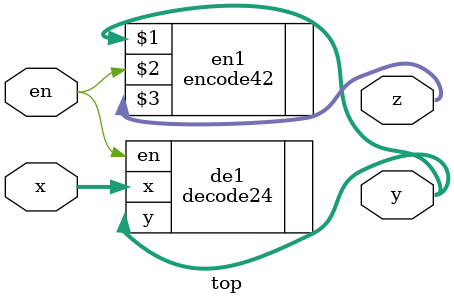
<source format=v>
module top(x,en,y,z);
  input  [2:0] x;
  input  en;
  output reg [7:0]y;
  output reg [2:0]z;

  decode24 de1(
    .x(x),
    .en(en),
    .y(y)
  );

  encode42 en1(
    y,
    en,
    z
  );



endmodule

</source>
